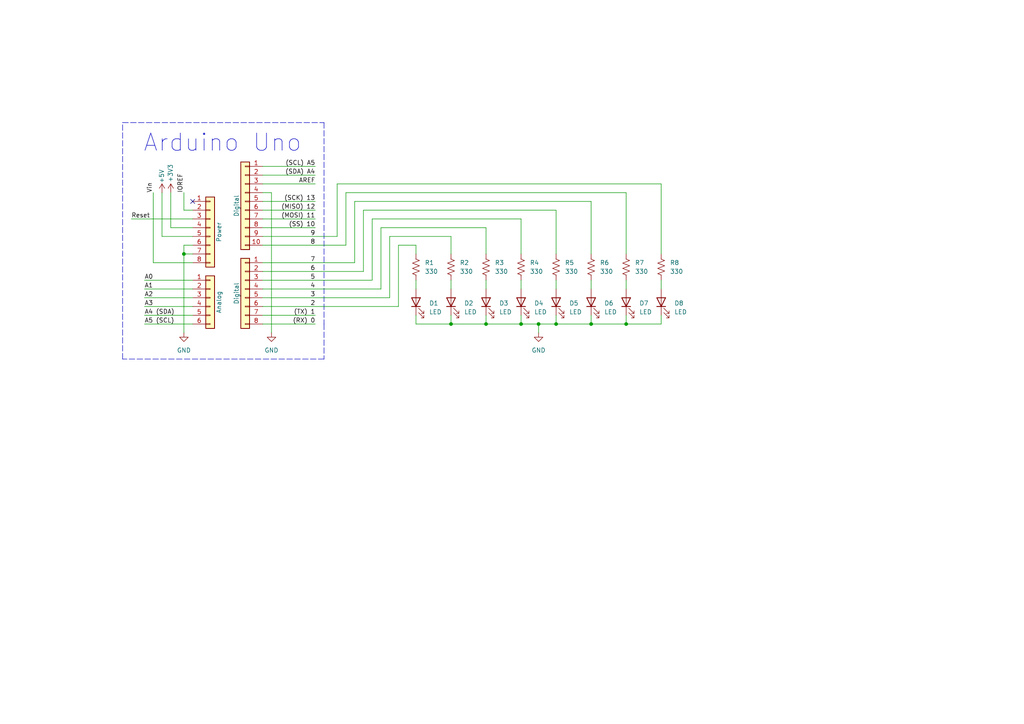
<source format=kicad_sch>
(kicad_sch (version 20211123) (generator eeschema)
  (paper "A4")
  (title_block (title "Aruino Uno With Firefly LEDs") (date "2022-08-12") (rev "0.1") (company "Woolsey Workshop") (comment 1 "By John Woolsey"))
  (lib_symbols
    (symbol "Connector_Generic:Conn_01x06" (pin_names (offset 1.016) hide)
      (property "Reference" "J" (at 0 7.62 0))
      (property "Value" "Conn_01x06" (at 0 -10.16 0))
      (symbol "Conn_01x06_1_1"
        (rectangle (start -1.27 -7.493) (end 0 -7.747) (stroke (width 0.1524)))
        (rectangle (start -1.27 -4.953) (end 0 -5.207) (stroke (width 0.1524)))
        (rectangle (start -1.27 -2.413) (end 0 -2.667) (stroke (width 0.1524)))
        (rectangle (start -1.27 0.127) (end 0 -0.127) (stroke (width 0.1524)))
        (rectangle (start -1.27 2.667) (end 0 2.413) (stroke (width 0.1524)))
        (rectangle (start -1.27 5.207) (end 0 4.953) (stroke (width 0.1524)))
        (rectangle (start -1.27 6.35) (end 1.27 -8.89) (stroke (width 0.254)) (fill (type background)))
        (pin passive line (at -5.08 5.08 0) (length 3.81) (name "Pin_1") (number "1"))
        (pin passive line (at -5.08 2.54 0) (length 3.81) (name "Pin_2") (number "2"))
        (pin passive line (at -5.08 0 0) (length 3.81) (name "Pin_3") (number "3"))
        (pin passive line (at -5.08 -2.54 0) (length 3.81) (name "Pin_4") (number "4"))
        (pin passive line (at -5.08 -5.08 0) (length 3.81) (name "Pin_5") (number "5"))
        (pin passive line (at -5.08 -7.62 0) (length 3.81) (name "Pin_6") (number "6"))
      )
    )
    (symbol "Connector_Generic:Conn_01x08" (pin_names (offset 1.016) hide)
      (property "Reference" "J" (at 0 10.16 0))
      (property "Value" "Conn_01x08" (at 0 -12.7 0))
      (symbol "Conn_01x08_1_1"
        (rectangle (start -1.27 -10.033) (end 0 -10.287) (stroke (width 0.1524)))
        (rectangle (start -1.27 -7.493) (end 0 -7.747) (stroke (width 0.1524)))
        (rectangle (start -1.27 -4.953) (end 0 -5.207) (stroke (width 0.1524)))
        (rectangle (start -1.27 -2.413) (end 0 -2.667) (stroke (width 0.1524)))
        (rectangle (start -1.27 0.127) (end 0 -0.127) (stroke (width 0.1524)))
        (rectangle (start -1.27 2.667) (end 0 2.413) (stroke (width 0.1524)))
        (rectangle (start -1.27 5.207) (end 0 4.953) (stroke (width 0.1524)))
        (rectangle (start -1.27 7.747) (end 0 7.493) (stroke (width 0.1524)))
        (rectangle (start -1.27 8.89) (end 1.27 -11.43) (stroke (width 0.254)) (fill (type background)))
        (pin passive line (at -5.08 7.62 0) (length 3.81) (name "Pin_1") (number "1"))
        (pin passive line (at -5.08 5.08 0) (length 3.81) (name "Pin_2") (number "2"))
        (pin passive line (at -5.08 2.54 0) (length 3.81) (name "Pin_3") (number "3"))
        (pin passive line (at -5.08 0 0) (length 3.81) (name "Pin_4") (number "4"))
        (pin passive line (at -5.08 -2.54 0) (length 3.81) (name "Pin_5") (number "5"))
        (pin passive line (at -5.08 -5.08 0) (length 3.81) (name "Pin_6") (number "6"))
        (pin passive line (at -5.08 -7.62 0) (length 3.81) (name "Pin_7") (number "7"))
        (pin passive line (at -5.08 -10.16 0) (length 3.81) (name "Pin_8") (number "8"))
      )
    )
    (symbol "Connector_Generic:Conn_01x10" (pin_names (offset 1.016) hide)
      (property "Reference" "J" (at 0 12.7 0))
      (property "Value" "Conn_01x10" (at 0 -15.24 0))
      (symbol "Conn_01x10_1_1"
        (rectangle (start -1.27 -12.573) (end 0 -12.827) (stroke (width 0.1524)))
        (rectangle (start -1.27 -10.033) (end 0 -10.287) (stroke (width 0.1524)))
        (rectangle (start -1.27 -7.493) (end 0 -7.747) (stroke (width 0.1524)))
        (rectangle (start -1.27 -4.953) (end 0 -5.207) (stroke (width 0.1524)))
        (rectangle (start -1.27 -2.413) (end 0 -2.667) (stroke (width 0.1524)))
        (rectangle (start -1.27 0.127) (end 0 -0.127) (stroke (width 0.1524)))
        (rectangle (start -1.27 2.667) (end 0 2.413) (stroke (width 0.1524)))
        (rectangle (start -1.27 5.207) (end 0 4.953) (stroke (width 0.1524)))
        (rectangle (start -1.27 7.747) (end 0 7.493) (stroke (width 0.1524)))
        (rectangle (start -1.27 10.287) (end 0 10.033) (stroke (width 0.1524)))
        (rectangle (start -1.27 11.43) (end 1.27 -13.97) (stroke (width 0.254)) (fill (type background)))
        (pin passive line (at -5.08 10.16 0) (length 3.81) (name "Pin_1") (number "1"))
        (pin passive line (at -5.08 -12.7 0) (length 3.81) (name "Pin_10") (number "10"))
        (pin passive line (at -5.08 7.62 0) (length 3.81) (name "Pin_2") (number "2"))
        (pin passive line (at -5.08 5.08 0) (length 3.81) (name "Pin_3") (number "3"))
        (pin passive line (at -5.08 2.54 0) (length 3.81) (name "Pin_4") (number "4"))
        (pin passive line (at -5.08 0 0) (length 3.81) (name "Pin_5") (number "5"))
        (pin passive line (at -5.08 -2.54 0) (length 3.81) (name "Pin_6") (number "6"))
        (pin passive line (at -5.08 -5.08 0) (length 3.81) (name "Pin_7") (number "7"))
        (pin passive line (at -5.08 -7.62 0) (length 3.81) (name "Pin_8") (number "8"))
        (pin passive line (at -5.08 -10.16 0) (length 3.81) (name "Pin_9") (number "9"))
      )
    )
    (symbol "Device:LED" (pin_numbers hide) (pin_names (offset 1.016) hide)
      (property "Reference" "D" (at 0 2.54 0))
      (property "Value" "LED" (at 0 -2.54 0))
      (symbol "LED_0_1"
        (polyline (pts (xy -1.27 -1.27) (xy -1.27 1.27)) (stroke (width 0.254)))
        (polyline (pts (xy -1.27 0) (xy 1.27 0)))
        (polyline (pts (xy 1.27 -1.27) (xy 1.27 1.27) (xy -1.27 0) (xy 1.27 -1.27)) (stroke (width 0.254)))
        (polyline (pts (xy -3.048 -0.762) (xy -4.572 -2.286) (xy -3.81 -2.286) (xy -4.572 -2.286) (xy -4.572 -1.524)))
        (polyline (pts (xy -1.778 -0.762) (xy -3.302 -2.286) (xy -2.54 -2.286) (xy -3.302 -2.286) (xy -3.302 -1.524)))
      )
      (symbol "LED_1_1"
        (pin passive line (at -3.81 0 0) (length 2.54) (name "K") (number "1"))
        (pin passive line (at 3.81 0 180) (length 2.54) (name "A") (number "2"))
      )
    )
    (symbol "Device:R_US" (pin_numbers hide) (pin_names (offset 0))
      (property "Reference" "R" (at 2.54 0 90))
      (property "Value" "R_US" (at -2.54 0 90))
      (symbol "R_US_0_1"
        (polyline (pts (xy 0 -2.286) (xy 0 -2.54)))
        (polyline (pts (xy 0 2.286) (xy 0 2.54)))
        (polyline (pts (xy 0 -0.762) (xy 1.016 -1.143) (xy 0 -1.524) (xy -1.016 -1.905) (xy 0 -2.286)))
        (polyline (pts (xy 0 0.762) (xy 1.016 0.381) (xy 0 0) (xy -1.016 -0.381) (xy 0 -0.762)))
        (polyline (pts (xy 0 2.286) (xy 1.016 1.905) (xy 0 1.524) (xy -1.016 1.143) (xy 0 0.762)))
      )
      (symbol "R_US_1_1"
        (pin passive line (at 0 3.81 270) (length 1.27) (name "~") (number "1"))
        (pin passive line (at 0 -3.81 90) (length 1.27) (name "~") (number "2"))
      )
    )
    (symbol "power:+3.3V" (power) (pin_names (offset 0))
      (property "Value" "+3.3V" (at 0 3.556 0))
      (symbol "+3.3V_0_1"
        (polyline (pts (xy -0.762 1.27) (xy 0 2.54)))
        (polyline (pts (xy 0 0) (xy 0 2.54)))
        (polyline (pts (xy 0 2.54) (xy 0.762 1.27)))
      )
      (symbol "+3.3V_1_1"
        (pin power_in line (at 0 0 90) (length 0) hide (name "+3V3") (number "1"))
      )
    )
    (symbol "power:+5V" (power) (pin_names (offset 0))
      (property "Value" "+5V" (at 0 3.556 0))
      (symbol "+5V_0_1"
        (polyline (pts (xy -0.762 1.27) (xy 0 2.54)))
        (polyline (pts (xy 0 0) (xy 0 2.54)))
        (polyline (pts (xy 0 2.54) (xy 0.762 1.27)))
      )
      (symbol "+5V_1_1"
        (pin power_in line (at 0 0 90) (length 0) hide (name "+5V") (number "1"))
      )
    )
    (symbol "power:GND" (power) (pin_names (offset 0))
      (property "Value" "GND" (at 0 -3.81 0))
      (symbol "GND_0_1"
        (polyline (pts (xy 0 0) (xy 0 -1.27) (xy 1.27 -1.27) (xy 0 -2.54) (xy -1.27 -1.27) (xy 0 -1.27)))
      )
      (symbol "GND_1_1"
        (pin power_in line (at 0 0 270) (length 0) hide (name "GND") (number "1"))
      )
    )
  )
  (junction (at 140.97 93.98))
  (junction (at 181.61 93.98))
  (junction (at 171.45 93.98))
  (junction (at 130.81 93.98))
  (junction (at 156.21 93.98))
  (junction (at 151.13 93.98))
  (junction (at 53.34 73.66))
  (junction (at 161.29 93.98))
  (no_connect (at 55.88 58.42))
  (wire (pts (xy 41.91 81.28) (xy 55.88 81.28)))
  (wire (pts (xy 120.65 81.28) (xy 120.65 83.82)))
  (wire (pts (xy 140.97 73.66) (xy 140.97 66.04)))
  (wire (pts (xy 76.2 63.5) (xy 91.44 63.5)))
  (wire (pts (xy 55.88 60.96) (xy 53.34 60.96)))
  (wire (pts (xy 76.2 81.28) (xy 107.95 81.28)))
  (wire (pts (xy 53.34 55.88) (xy 53.34 60.96)))
  (wire (pts (xy 161.29 93.98) (xy 171.45 93.98)))
  (wire (pts (xy 171.45 91.44) (xy 171.45 93.98)))
  (wire (pts (xy 76.2 71.12) (xy 100.33 71.12)))
  (wire (pts (xy 76.2 68.58) (xy 97.79 68.58)))
  (wire (pts (xy 113.03 68.58) (xy 113.03 86.36)))
  (wire (pts (xy 102.87 58.42) (xy 102.87 76.2)))
  (wire (pts (xy 181.61 93.98) (xy 191.77 93.98)))
  (wire (pts (xy 151.13 93.98) (xy 156.21 93.98)))
  (wire (pts (xy 41.91 93.98) (xy 55.88 93.98)))
  (wire (pts (xy 161.29 91.44) (xy 161.29 93.98)))
  (wire (pts (xy 181.61 73.66) (xy 181.61 55.88)))
  (wire (pts (xy 107.95 63.5) (xy 107.95 81.28)))
  (wire (pts (xy 140.97 93.98) (xy 151.13 93.98)))
  (wire (pts (xy 100.33 55.88) (xy 100.33 71.12)))
  (wire (pts (xy 76.2 88.9) (xy 115.57 88.9)))
  (wire (pts (xy 53.34 73.66) (xy 53.34 96.52)))
  (wire (pts (xy 171.45 73.66) (xy 171.45 58.42)))
  (wire (pts (xy 140.97 81.28) (xy 140.97 83.82)))
  (wire (pts (xy 151.13 91.44) (xy 151.13 93.98)))
  (wire (pts (xy 76.2 50.8) (xy 91.44 50.8)))
  (wire (pts (xy 191.77 81.28) (xy 191.77 83.82)))
  (wire (pts (xy 46.99 55.88) (xy 46.99 68.58)))
  (wire (pts (xy 120.65 71.12) (xy 115.57 71.12)))
  (wire (pts (xy 105.41 60.96) (xy 105.41 78.74)))
  (wire (pts (xy 76.2 48.26) (xy 91.44 48.26)))
  (wire (pts (xy 41.91 83.82) (xy 55.88 83.82)))
  (wire (pts (xy 97.79 53.34) (xy 97.79 68.58)))
  (wire (pts (xy 76.2 66.04) (xy 91.44 66.04)))
  (wire (pts (xy 130.81 93.98) (xy 140.97 93.98)))
  (polyline (pts (xy 35.56 104.14) (xy 35.56 35.56)))
  (wire (pts (xy 181.61 91.44) (xy 181.61 93.98)))
  (wire (pts (xy 151.13 81.28) (xy 151.13 83.82)))
  (polyline (pts (xy 35.56 35.56) (xy 93.98 35.56)))
  (polyline (pts (xy 93.98 93.98) (xy 93.98 104.14)))
  (wire (pts (xy 161.29 73.66) (xy 161.29 60.96)))
  (wire (pts (xy 161.29 60.96) (xy 105.41 60.96)))
  (wire (pts (xy 130.81 68.58) (xy 113.03 68.58)))
  (wire (pts (xy 44.45 55.88) (xy 44.45 76.2)))
  (wire (pts (xy 55.88 76.2) (xy 44.45 76.2)))
  (wire (pts (xy 130.81 81.28) (xy 130.81 83.82)))
  (wire (pts (xy 191.77 93.98) (xy 191.77 91.44)))
  (wire (pts (xy 156.21 93.98) (xy 156.21 96.52)))
  (wire (pts (xy 120.65 93.98) (xy 130.81 93.98)))
  (wire (pts (xy 120.65 91.44) (xy 120.65 93.98)))
  (wire (pts (xy 78.74 55.88) (xy 78.74 96.52)))
  (wire (pts (xy 140.97 66.04) (xy 110.49 66.04)))
  (wire (pts (xy 140.97 91.44) (xy 140.97 93.98)))
  (wire (pts (xy 120.65 73.66) (xy 120.65 71.12)))
  (wire (pts (xy 53.34 71.12) (xy 53.34 73.66)))
  (wire (pts (xy 130.81 73.66) (xy 130.81 68.58)))
  (wire (pts (xy 41.91 91.44) (xy 55.88 91.44)))
  (wire (pts (xy 76.2 78.74) (xy 105.41 78.74)))
  (wire (pts (xy 38.1 63.5) (xy 55.88 63.5)))
  (wire (pts (xy 171.45 93.98) (xy 181.61 93.98)))
  (wire (pts (xy 55.88 66.04) (xy 49.53 66.04)))
  (wire (pts (xy 41.91 86.36) (xy 55.88 86.36)))
  (wire (pts (xy 76.2 60.96) (xy 91.44 60.96)))
  (wire (pts (xy 115.57 71.12) (xy 115.57 88.9)))
  (wire (pts (xy 191.77 53.34) (xy 97.79 53.34)))
  (wire (pts (xy 76.2 53.34) (xy 91.44 53.34)))
  (wire (pts (xy 76.2 76.2) (xy 102.87 76.2)))
  (wire (pts (xy 76.2 83.82) (xy 110.49 83.82)))
  (wire (pts (xy 161.29 81.28) (xy 161.29 83.82)))
  (wire (pts (xy 130.81 91.44) (xy 130.81 93.98)))
  (wire (pts (xy 76.2 91.44) (xy 91.44 91.44)))
  (wire (pts (xy 171.45 81.28) (xy 171.45 83.82)))
  (wire (pts (xy 41.91 88.9) (xy 55.88 88.9)))
  (wire (pts (xy 151.13 63.5) (xy 107.95 63.5)))
  (wire (pts (xy 156.21 93.98) (xy 161.29 93.98)))
  (wire (pts (xy 76.2 55.88) (xy 78.74 55.88)))
  (wire (pts (xy 76.2 58.42) (xy 91.44 58.42)))
  (wire (pts (xy 191.77 73.66) (xy 191.77 53.34)))
  (wire (pts (xy 171.45 58.42) (xy 102.87 58.42)))
  (wire (pts (xy 110.49 66.04) (xy 110.49 83.82)))
  (wire (pts (xy 151.13 73.66) (xy 151.13 63.5)))
  (wire (pts (xy 76.2 93.98) (xy 91.44 93.98)))
  (wire (pts (xy 55.88 68.58) (xy 46.99 68.58)))
  (wire (pts (xy 49.53 55.88) (xy 49.53 66.04)))
  (polyline (pts (xy 93.98 35.56) (xy 93.98 93.98)))
  (polyline (pts (xy 93.98 104.14) (xy 35.56 104.14)))
  (wire (pts (xy 76.2 86.36) (xy 113.03 86.36)))
  (wire (pts (xy 53.34 73.66) (xy 55.88 73.66)))
  (wire (pts (xy 181.61 55.88) (xy 100.33 55.88)))
  (wire (pts (xy 181.61 81.28) (xy 181.61 83.82)))
  (wire (pts (xy 55.88 71.12) (xy 53.34 71.12)))
  (text "Arduino Uno" (at 87.63 44.45 180) (effects (font (size 5 5)) (justify right bottom)))
  (label "6" (at 91.44 78.74 180))
  (label "(SCK) 13" (at 91.44 58.42 180))
  (label "(SDA) A4" (at 91.44 50.8 180))
  (label "Reset" (at 38.1 63.5 0))
  (label "8" (at 91.44 71.12 180))
  (label "IOREF" (at 53.34 55.88 90))
  (label "9" (at 91.44 68.58 180))
  (label "A4 (SDA)" (at 41.91 91.44 0))
  (label "Vin" (at 44.45 55.88 90))
  (label "(MISO) 12" (at 91.44 60.96 180))
  (label "A1" (at 41.91 83.82 0))
  (label "(SS) 10" (at 91.44 66.04 180))
  (label "A2" (at 41.91 86.36 0))
  (label "3" (at 91.44 86.36 180))
  (label "A3" (at 41.91 88.9 0))
  (label "AREF" (at 91.44 53.34 180))
  (label "(TX) 1" (at 91.44 91.44 180))
  (label "2" (at 91.44 88.9 180))
  (label "A0" (at 41.91 81.28 0))
  (label "(RX) 0" (at 91.44 93.98 180))
  (label "5" (at 91.44 81.28 180))
  (label "7" (at 91.44 76.2 180))
  (label "4" (at 91.44 83.82 180))
  (label "(MOSI) 11" (at 91.44 63.5 180))
  (label "(SCL) A5" (at 91.44 48.26 180))
  (label "A5 (SCL)" (at 41.91 93.98 0))
  (symbol (lib_id "Connector_Generic:Conn_01x06") (at 60.96 86.36 0) (unit 1)
    (property "Reference" "J2" (effects hide))
    (property "Value" "Analog" (at 63.5 87.63 90))
  )
  (symbol (lib_id "power:+3.3V") (at 49.53 55.88 0) (unit 1)
    (property "Reference" "#PWR02" (effects hide))
    (property "Value" "+3.3V" (at 49.44 50.23 90))
  )
  (symbol (lib_id "Device:R_US") (at 161.29 77.47 0) (unit 1)
    (property "Reference" "R5" (at 163.83 76.1999 0) (effects (justify left)))
    (property "Value" "330" (at 163.83 78.7399 0) (effects (justify left)))
  )
  (symbol (lib_id "Device:LED") (at 140.97 87.63 90) (unit 1)
    (property "Reference" "D3" (at 144.78 87.9474 90) (effects (justify right)))
    (property "Value" "LED" (at 144.78 90.4874 90) (effects (justify right)))
  )
  (symbol (lib_id "Device:R_US") (at 181.61 77.47 0) (unit 1)
    (property "Reference" "R7" (at 184.15 76.1999 0) (effects (justify left)))
    (property "Value" "330" (at 184.15 78.7399 0) (effects (justify left)))
  )
  (symbol (lib_id "power:GND") (at 53.34 96.52 0) (unit 1)
    (property "Reference" "#PWR03" (effects hide))
    (property "Value" "GND" (at 53.34 101.6 0))
  )
  (symbol (lib_id "Connector_Generic:Conn_01x08") (at 60.96 66.04 0) (unit 1)
    (property "Reference" "J1" (effects hide))
    (property "Value" "Power" (at 63.5 67.31 90))
  )
  (symbol (lib_id "Device:R_US") (at 120.65 77.47 0) (unit 1)
    (property "Reference" "R1" (at 123.19 76.1999 0) (effects (justify left)))
    (property "Value" "330" (at 123.19 78.7399 0) (effects (justify left)))
  )
  (symbol (lib_id "Connector_Generic:Conn_01x10") (at 71.12 58.42 0) (mirror y) (unit 1)
    (property "Reference" "J3" (effects hide))
    (property "Value" "Digital" (at 68.58 59.69 90))
  )
  (symbol (lib_id "Device:R_US") (at 191.77 77.47 0) (unit 1)
    (property "Reference" "R8" (at 194.31 76.1999 0) (effects (justify left)))
    (property "Value" "330" (at 194.31 78.7399 0) (effects (justify left)))
  )
  (symbol (lib_id "Device:LED") (at 161.29 87.63 90) (unit 1)
    (property "Reference" "D5" (at 165.1 87.9474 90) (effects (justify right)))
    (property "Value" "LED" (at 165.1 90.4874 90) (effects (justify right)))
  )
  (symbol (lib_id "Device:LED") (at 191.77 87.63 90) (unit 1)
    (property "Reference" "D8" (at 195.58 87.9474 90) (effects (justify right)))
    (property "Value" "LED" (at 195.58 90.4874 90) (effects (justify right)))
  )
  (symbol (lib_id "Device:R_US") (at 140.97 77.47 0) (unit 1)
    (property "Reference" "R3" (at 143.51 76.1999 0) (effects (justify left)))
    (property "Value" "330" (at 143.51 78.7399 0) (effects (justify left)))
  )
  (symbol (lib_id "power:GND") (at 78.74 96.52 0) (unit 1)
    (property "Reference" "#PWR04" (effects hide))
    (property "Value" "GND" (at 78.74 101.6 0))
  )
  (symbol (lib_id "Device:LED") (at 151.13 87.63 90) (unit 1)
    (property "Reference" "D4" (at 154.94 87.9474 90) (effects (justify right)))
    (property "Value" "LED" (at 154.94 90.4874 90) (effects (justify right)))
  )
  (symbol (lib_id "power:+5V") (at 46.99 55.88 0) (unit 1)
    (property "Reference" "#PWR01" (effects hide))
    (property "Value" "+5V" (at 46.89 51.13 90))
  )
  (symbol (lib_id "Device:R_US") (at 130.81 77.47 0) (unit 1)
    (property "Reference" "R2" (at 133.35 76.1999 0) (effects (justify left)))
    (property "Value" "330" (at 133.35 78.7399 0) (effects (justify left)))
  )
  (symbol (lib_id "Connector_Generic:Conn_01x08") (at 71.12 83.82 0) (mirror y) (unit 1)
    (property "Reference" "J4" (effects hide))
    (property "Value" "Digital" (at 68.58 85.09 90))
  )
  (symbol (lib_id "Device:LED") (at 181.61 87.63 90) (unit 1)
    (property "Reference" "D7" (at 185.42 87.9474 90) (effects (justify right)))
    (property "Value" "LED" (at 185.42 90.4874 90) (effects (justify right)))
  )
  (symbol (lib_id "power:GND") (at 156.21 96.52 0) (unit 1)
    (property "Reference" "#PWR05" (effects hide))
    (property "Value" "GND" (at 156.21 101.6 0))
  )
  (symbol (lib_id "Device:LED") (at 130.81 87.63 90) (unit 1)
    (property "Reference" "D2" (at 134.62 87.9474 90) (effects (justify right)))
    (property "Value" "LED" (at 134.62 90.4874 90) (effects (justify right)))
  )
  (symbol (lib_id "Device:LED") (at 120.65 87.63 90) (unit 1)
    (property "Reference" "D1" (at 124.46 87.9474 90) (effects (justify right)))
    (property "Value" "LED" (at 124.46 90.4874 90) (effects (justify right)))
  )
  (symbol (lib_id "Device:R_US") (at 151.13 77.47 0) (unit 1)
    (property "Reference" "R4" (at 153.67 76.1999 0) (effects (justify left)))
    (property "Value" "330" (at 153.67 78.7399 0) (effects (justify left)))
  )
  (symbol (lib_id "Device:LED") (at 171.45 87.63 90) (unit 1)
    (property "Reference" "D6" (at 175.26 87.9474 90) (effects (justify right)))
    (property "Value" "LED" (at 175.26 90.4874 90) (effects (justify right)))
  )
  (symbol (lib_id "Device:R_US") (at 171.45 77.47 0) (unit 1)
    (property "Reference" "R6" (at 173.99 76.1999 0) (effects (justify left)))
    (property "Value" "330" (at 173.99 78.7399 0) (effects (justify left)))
  )
)
</source>
